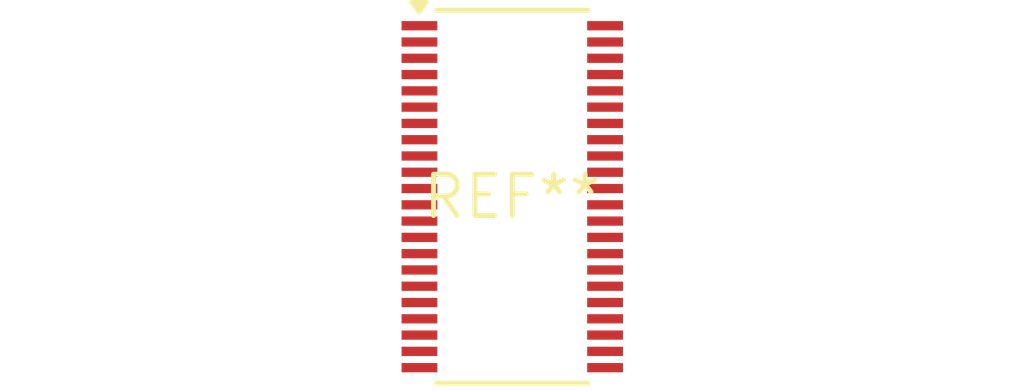
<source format=kicad_pcb>
(kicad_pcb (version 20240108) (generator pcbnew)
  (layers (0 "F.Cu" signal) (31 "B.Cu" signal) (34 "B.Paste" user) (35 "F.Paste" user) (36 "B.SilkS" user "B.Silkscreen") (37 "F.SilkS" user "F.Silkscreen") (38 "B.Mask" user) (39 "F.Mask" user) (44 "Edge.Cuts" user))
  (net 0 "")
  (footprint "TSSOP-44_4.4x11.2mm_P0.5mm" (layer "F.Cu") (at 0 0)
    (property "Reference" "REF**")
    (property "Value" "TSSOP-44_4.4x11.2mm_P0.5mm")
    (fp_line (start -2.325 -5.725) (end 2.325 -5.725) (layer "F.SilkS") (stroke (width 0.15)))
    (fp_line (start -2.325 5.725) (end 2.325 5.725) (layer "F.SilkS") (stroke (width 0.15)))
    (fp_poly (pts (xy -2.8625 -5.65) (xy -2.6225 -5.98) (xy -3.1025 -5.98) (xy -2.8625 -5.65)) (layer "F.SilkS") (stroke (width 0.12)) (fill solid))
    (pad "1" smd rect (at -2.85 -5.25) (size 1.1 0.285) (layers "F.Cu" "F.Paste" "F.Mask"))
    (pad "2" smd rect (at -2.85 -4.75) (size 1.1 0.285) (layers "F.Cu" "F.Paste" "F.Mask"))
    (pad "3" smd rect (at -2.85 -4.25) (size 1.1 0.285) (layers "F.Cu" "F.Paste" "F.Mask"))
    (pad "4" smd rect (at -2.85 -3.75) (size 1.1 0.285) (layers "F.Cu" "F.Paste" "F.Mask"))
    (pad "5" smd rect (at -2.85 -3.25) (size 1.1 0.285) (layers "F.Cu" "F.Paste" "F.Mask"))
    (pad "6" smd rect (at -2.85 -2.75) (size 1.1 0.285) (layers "F.Cu" "F.Paste" "F.Mask"))
    (pad "7" smd rect (at -2.85 -2.25) (size 1.1 0.285) (layers "F.Cu" "F.Paste" "F.Mask"))
    (pad "8" smd rect (at -2.85 -1.75) (size 1.1 0.285) (layers "F.Cu" "F.Paste" "F.Mask"))
    (pad "9" smd rect (at -2.85 -1.25) (size 1.1 0.285) (layers "F.Cu" "F.Paste" "F.Mask"))
    (pad "10" smd rect (at -2.85 -0.75) (size 1.1 0.285) (layers "F.Cu" "F.Paste" "F.Mask"))
    (pad "11" smd rect (at -2.85 -0.25) (size 1.1 0.285) (layers "F.Cu" "F.Paste" "F.Mask"))
    (pad "12" smd rect (at -2.85 0.25) (size 1.1 0.285) (layers "F.Cu" "F.Paste" "F.Mask"))
    (pad "13" smd rect (at -2.85 0.75) (size 1.1 0.285) (layers "F.Cu" "F.Paste" "F.Mask"))
    (pad "14" smd rect (at -2.85 1.25) (size 1.1 0.285) (layers "F.Cu" "F.Paste" "F.Mask"))
    (pad "15" smd rect (at -2.85 1.75) (size 1.1 0.285) (layers "F.Cu" "F.Paste" "F.Mask"))
    (pad "16" smd rect (at -2.85 2.25) (size 1.1 0.285) (layers "F.Cu" "F.Paste" "F.Mask"))
    (pad "17" smd rect (at -2.85 2.75) (size 1.1 0.285) (layers "F.Cu" "F.Paste" "F.Mask"))
    (pad "18" smd rect (at -2.85 3.25) (size 1.1 0.285) (layers "F.Cu" "F.Paste" "F.Mask"))
    (pad "19" smd rect (at -2.85 3.75) (size 1.1 0.285) (layers "F.Cu" "F.Paste" "F.Mask"))
    (pad "20" smd rect (at -2.85 4.25) (size 1.1 0.285) (layers "F.Cu" "F.Paste" "F.Mask"))
    (pad "21" smd rect (at -2.85 4.75) (size 1.1 0.285) (layers "F.Cu" "F.Paste" "F.Mask"))
    (pad "22" smd rect (at -2.85 5.25) (size 1.1 0.285) (layers "F.Cu" "F.Paste" "F.Mask"))
    (pad "23" smd rect (at 2.85 5.25) (size 1.1 0.285) (layers "F.Cu" "F.Paste" "F.Mask"))
    (pad "24" smd rect (at 2.85 4.75) (size 1.1 0.285) (layers "F.Cu" "F.Paste" "F.Mask"))
    (pad "25" smd rect (at 2.85 4.25) (size 1.1 0.285) (layers "F.Cu" "F.Paste" "F.Mask"))
    (pad "26" smd rect (at 2.85 3.75) (size 1.1 0.285) (layers "F.Cu" "F.Paste" "F.Mask"))
    (pad "27" smd rect (at 2.85 3.25) (size 1.1 0.285) (layers "F.Cu" "F.Paste" "F.Mask"))
    (pad "28" smd rect (at 2.85 2.75) (size 1.1 0.285) (layers "F.Cu" "F.Paste" "F.Mask"))
    (pad "29" smd rect (at 2.85 2.25) (size 1.1 0.285) (layers "F.Cu" "F.Paste" "F.Mask"))
    (pad "30" smd rect (at 2.85 1.75) (size 1.1 0.285) (layers "F.Cu" "F.Paste" "F.Mask"))
    (pad "31" smd rect (at 2.85 1.25) (size 1.1 0.285) (layers "F.Cu" "F.Paste" "F.Mask"))
    (pad "32" smd rect (at 2.85 0.75) (size 1.1 0.285) (layers "F.Cu" "F.Paste" "F.Mask"))
    (pad "33" smd rect (at 2.85 0.25) (size 1.1 0.285) (layers "F.Cu" "F.Paste" "F.Mask"))
    (pad "34" smd rect (at 2.85 -0.25) (size 1.1 0.285) (layers "F.Cu" "F.Paste" "F.Mask"))
    (pad "35" smd rect (at 2.85 -0.75) (size 1.1 0.285) (layers "F.Cu" "F.Paste" "F.Mask"))
    (pad "36" smd rect (at 2.85 -1.25) (size 1.1 0.285) (layers "F.Cu" "F.Paste" "F.Mask"))
    (pad "37" smd rect (at 2.85 -1.75) (size 1.1 0.285) (layers "F.Cu" "F.Paste" "F.Mask"))
    (pad "38" smd rect (at 2.85 -2.25) (size 1.1 0.285) (layers "F.Cu" "F.Paste" "F.Mask"))
    (pad "39" smd rect (at 2.85 -2.75) (size 1.1 0.285) (layers "F.Cu" "F.Paste" "F.Mask"))
    (pad "40" smd rect (at 2.85 -3.25) (size 1.1 0.285) (layers "F.Cu" "F.Paste" "F.Mask"))
    (pad "41" smd rect (at 2.85 -3.75) (size 1.1 0.285) (layers "F.Cu" "F.Paste" "F.Mask"))
    (pad "42" smd rect (at 2.85 -4.25) (size 1.1 0.285) (layers "F.Cu" "F.Paste" "F.Mask"))
    (pad "43" smd rect (at 2.85 -4.75) (size 1.1 0.285) (layers "F.Cu" "F.Paste" "F.Mask"))
    (pad "44" smd rect (at 2.85 -5.25) (size 1.1 0.285) (layers "F.Cu" "F.Paste" "F.Mask"))
  )
)
</source>
